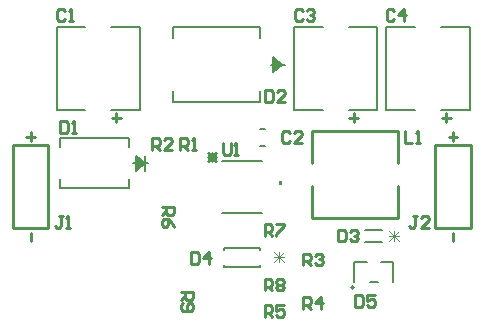
<source format=gto>
G04 Layer_Color=65535*
%FSLAX44Y44*%
%MOMM*%
G71*
G01*
G75*
%ADD22C,0.2500*%
%ADD25C,0.1524*%
%ADD26C,0.2540*%
%ADD27C,0.0762*%
G36*
X233853Y120596D02*
X231313D01*
Y124406D01*
X233853D01*
Y120596D01*
D02*
G37*
D22*
X259500Y166250D02*
X332500D01*
X259500Y139250D02*
Y166250D01*
X332500Y139250D02*
Y166250D01*
Y93250D02*
Y120250D01*
X259500Y93250D02*
X332500D01*
X259500D02*
Y120250D01*
X290930Y177625D02*
X298550D01*
X294740Y173815D02*
Y181435D01*
X369180Y177625D02*
X376800D01*
X372990Y173815D02*
Y181435D01*
X89930Y177625D02*
X97550D01*
X93740Y173815D02*
Y181435D01*
X21250Y73000D02*
Y80500D01*
X17500Y161750D02*
X25000D01*
X21250Y158000D02*
Y165500D01*
X6250Y84250D02*
X36250D01*
X6250Y154250D02*
X36250D01*
X6250Y84250D02*
Y154250D01*
X36250Y84250D02*
Y154250D01*
X393750Y84250D02*
Y154250D01*
X363750Y84250D02*
Y154250D01*
X393750D01*
X363750Y84250D02*
X393750D01*
X378750Y158000D02*
Y165500D01*
X375000Y161750D02*
X382500D01*
X378750Y73000D02*
Y80500D01*
D25*
X294770Y33902D02*
G03*
X294770Y33902I-1270J0D01*
G01*
X183236Y97279D02*
X216764D01*
X183236Y141221D02*
X216764D01*
X295240Y38897D02*
Y55407D01*
X317917D02*
X328260D01*
Y38897D02*
Y55407D01*
X308392Y38897D02*
X315108D01*
X295240Y55407D02*
X305583D01*
X215623Y153507D02*
X219377D01*
X215623Y168493D02*
X219377D01*
X141670Y191000D02*
Y200373D01*
X224499Y222750D02*
X236920D01*
X226760Y216400D02*
X234380Y222750D01*
X226760Y217670D02*
X234380Y222750D01*
X226760Y218940D02*
X234380Y222750D01*
X226760Y220210D02*
X234380Y222750D01*
X226760Y221480D02*
X234380Y222750D01*
X226760Y229100D02*
X234380Y222750D01*
X226760Y227830D02*
X234380Y222750D01*
X226760Y226560D02*
X234380Y222750D01*
X226760Y225290D02*
X234380Y222750D01*
X226760Y224020D02*
X234380Y222750D01*
X226760Y216400D02*
Y229100D01*
X141670Y254500D02*
X215330D01*
X141670Y245127D02*
Y254500D01*
Y191000D02*
X215330D01*
Y200373D01*
Y245127D02*
Y254500D01*
X304511Y72416D02*
X318989D01*
X304511Y83084D02*
X318989D01*
X290637Y184229D02*
X314806D01*
X244194D02*
X268363D01*
X244194D02*
Y254841D01*
X290637D02*
X314806D01*
Y184229D02*
Y254841D01*
X244194D02*
X268363D01*
X368887Y184229D02*
X393056D01*
X322444D02*
X346613D01*
X322444D02*
Y254841D01*
X368887D02*
X393056D01*
Y184229D02*
Y254841D01*
X322444D02*
X346613D01*
X104460Y152999D02*
Y160205D01*
Y118295D02*
Y125501D01*
X46040Y118295D02*
X104460D01*
X46040Y152999D02*
Y160205D01*
X104460D01*
X110810Y132900D02*
Y145600D01*
Y140520D02*
X118430Y139250D01*
X110810Y141790D02*
X118430Y139250D01*
X110810Y143060D02*
X118430Y139250D01*
X110810Y144330D02*
X118430Y139250D01*
X110810Y145600D02*
X118430Y139250D01*
X110810Y137980D02*
X118430Y139250D01*
X110810Y136710D02*
X118430Y139250D01*
X110810Y135440D02*
X118430Y139250D01*
X110810Y134170D02*
X118430Y139250D01*
X110810Y132900D02*
X118430Y139250D01*
Y132900D02*
Y145600D01*
X108270Y139250D02*
X120970D01*
X46040Y118295D02*
Y125501D01*
X215520Y65877D02*
Y67520D01*
Y51480D02*
Y53123D01*
X184480Y51480D02*
X215520D01*
X184480Y65877D02*
Y67520D01*
X215520D01*
X184480Y51480D02*
Y53123D01*
X89637Y184229D02*
X113806D01*
X43194D02*
X67363D01*
X43194D02*
Y254841D01*
X89637D02*
X113806D01*
Y184229D02*
Y254841D01*
X43194D02*
X67363D01*
D26*
X183750Y155997D02*
Y147666D01*
X185416Y146000D01*
X188748D01*
X190415Y147666D01*
Y155997D01*
X193747Y146000D02*
X197079D01*
X195413D01*
Y155997D01*
X193747Y154331D01*
X295725Y27747D02*
Y17750D01*
X300723D01*
X302390Y19416D01*
Y26081D01*
X300723Y27747D01*
X295725D01*
X312386D02*
X305722D01*
Y22748D01*
X309054Y24415D01*
X310720D01*
X312386Y22748D01*
Y19416D01*
X310720Y17750D01*
X307388D01*
X305722Y19416D01*
X148250Y30500D02*
X158247D01*
Y25502D01*
X156581Y23835D01*
X153248D01*
X151582Y25502D01*
Y30500D01*
Y27168D02*
X148250Y23835D01*
X149916Y20503D02*
X148250Y18837D01*
Y15505D01*
X149916Y13839D01*
X156581D01*
X158247Y15505D01*
Y18837D01*
X156581Y20503D01*
X154914D01*
X153248Y18837D01*
Y13839D01*
X219250Y31500D02*
Y41497D01*
X224248D01*
X225914Y39831D01*
Y36498D01*
X224248Y34832D01*
X219250D01*
X222582D02*
X225914Y31500D01*
X229247Y39831D02*
X230913Y41497D01*
X234245D01*
X235911Y39831D01*
Y38165D01*
X234245Y36498D01*
X235911Y34832D01*
Y33166D01*
X234245Y31500D01*
X230913D01*
X229247Y33166D01*
Y34832D01*
X230913Y36498D01*
X229247Y38165D01*
Y39831D01*
X230913Y36498D02*
X234245D01*
X219250Y77500D02*
Y87497D01*
X224248D01*
X225914Y85831D01*
Y82498D01*
X224248Y80832D01*
X219250D01*
X222582D02*
X225914Y77500D01*
X229247Y87497D02*
X235911D01*
Y85831D01*
X229247Y79166D01*
Y77500D01*
X132500Y101750D02*
X142497D01*
Y96752D01*
X140831Y95085D01*
X137498D01*
X135832Y96752D01*
Y101750D01*
Y98418D02*
X132500Y95085D01*
X142497Y85089D02*
X140831Y88421D01*
X137498Y91753D01*
X134166D01*
X132500Y90087D01*
Y86755D01*
X134166Y85089D01*
X135832D01*
X137498Y86755D01*
Y91753D01*
X219250Y9250D02*
Y19247D01*
X224248D01*
X225914Y17581D01*
Y14248D01*
X224248Y12582D01*
X219250D01*
X222582D02*
X225914Y9250D01*
X235911Y19247D02*
X229247D01*
Y14248D01*
X232579Y15914D01*
X234245D01*
X235911Y14248D01*
Y10916D01*
X234245Y9250D01*
X230913D01*
X229247Y10916D01*
X252000Y15750D02*
Y25747D01*
X256998D01*
X258664Y24081D01*
Y20748D01*
X256998Y19082D01*
X252000D01*
X255332D02*
X258664Y15750D01*
X266995D02*
Y25747D01*
X261997Y20748D01*
X268661D01*
X251750Y52750D02*
Y62747D01*
X256748D01*
X258414Y61081D01*
Y57748D01*
X256748Y56082D01*
X251750D01*
X255082D02*
X258414Y52750D01*
X261747Y61081D02*
X263413Y62747D01*
X266745D01*
X268411Y61081D01*
Y59415D01*
X266745Y57748D01*
X265079D01*
X266745D01*
X268411Y56082D01*
Y54416D01*
X266745Y52750D01*
X263413D01*
X261747Y54416D01*
X124000Y150250D02*
Y160247D01*
X128998D01*
X130665Y158581D01*
Y155248D01*
X128998Y153582D01*
X124000D01*
X127332D02*
X130665Y150250D01*
X140661D02*
X133997D01*
X140661Y156915D01*
Y158581D01*
X138995Y160247D01*
X135663D01*
X133997Y158581D01*
X147750Y150250D02*
Y160247D01*
X152748D01*
X154414Y158581D01*
Y155248D01*
X152748Y153582D01*
X147750D01*
X151082D02*
X154414Y150250D01*
X157747D02*
X161079D01*
X159413D01*
Y160247D01*
X157747Y158581D01*
X337750Y166247D02*
Y156250D01*
X344414D01*
X347747D02*
X351079D01*
X349413D01*
Y166247D01*
X347747Y164581D01*
X348414Y94247D02*
X345082D01*
X346748D01*
Y85916D01*
X345082Y84250D01*
X343416D01*
X341750Y85916D01*
X358411Y84250D02*
X351747D01*
X358411Y90914D01*
Y92581D01*
X356745Y94247D01*
X353413D01*
X351747Y92581D01*
X48164Y94247D02*
X44832D01*
X46498D01*
Y85916D01*
X44832Y84250D01*
X43166D01*
X41500Y85916D01*
X51497Y84250D02*
X54829D01*
X53163D01*
Y94247D01*
X51497Y92581D01*
X157000Y63997D02*
Y54000D01*
X161998D01*
X163664Y55666D01*
Y62331D01*
X161998Y63997D01*
X157000D01*
X171995Y54000D02*
Y63997D01*
X166997Y58998D01*
X173661D01*
X281750Y82997D02*
Y73000D01*
X286748D01*
X288414Y74666D01*
Y81331D01*
X286748Y82997D01*
X281750D01*
X291747Y81331D02*
X293413Y82997D01*
X296745D01*
X298411Y81331D01*
Y79665D01*
X296745Y77998D01*
X295079D01*
X296745D01*
X298411Y76332D01*
Y74666D01*
X296745Y73000D01*
X293413D01*
X291747Y74666D01*
X220000Y201247D02*
Y191250D01*
X224998D01*
X226665Y192916D01*
Y199581D01*
X224998Y201247D01*
X220000D01*
X236661Y191250D02*
X229997D01*
X236661Y197915D01*
Y199581D01*
X234995Y201247D01*
X231663D01*
X229997Y199581D01*
X46250Y174997D02*
Y165000D01*
X51248D01*
X52914Y166666D01*
Y173331D01*
X51248Y174997D01*
X46250D01*
X56247Y165000D02*
X59579D01*
X57913D01*
Y174997D01*
X56247Y173331D01*
X329165Y267836D02*
X327498Y269502D01*
X324166D01*
X322500Y267836D01*
Y261171D01*
X324166Y259505D01*
X327498D01*
X329165Y261171D01*
X337495Y259505D02*
Y269502D01*
X332497Y264503D01*
X339161D01*
X251415Y267836D02*
X249748Y269502D01*
X246416D01*
X244750Y267836D01*
Y261171D01*
X246416Y259505D01*
X249748D01*
X251415Y261171D01*
X254747Y267836D02*
X256413Y269502D01*
X259745D01*
X261411Y267836D01*
Y266169D01*
X259745Y264503D01*
X258079D01*
X259745D01*
X261411Y262837D01*
Y261171D01*
X259745Y259505D01*
X256413D01*
X254747Y261171D01*
X240914Y164581D02*
X239248Y166247D01*
X235916D01*
X234250Y164581D01*
Y157916D01*
X235916Y156250D01*
X239248D01*
X240914Y157916D01*
X250911Y156250D02*
X244247D01*
X250911Y162915D01*
Y164581D01*
X249245Y166247D01*
X245913D01*
X244247Y164581D01*
X50164Y267831D02*
X48498Y269497D01*
X45166D01*
X43500Y267831D01*
Y261166D01*
X45166Y259500D01*
X48498D01*
X50164Y261166D01*
X53497Y259500D02*
X56829D01*
X55163D01*
Y269497D01*
X53497Y267831D01*
X171750Y148081D02*
X178414Y141416D01*
X171750D02*
X178414Y148081D01*
X171750Y144748D02*
X178414D01*
X175082Y141416D02*
Y148081D01*
D27*
X333340Y73520D02*
X324876Y81984D01*
X333340D02*
X324876Y73520D01*
X333340Y77752D02*
X324876D01*
X329108Y81984D02*
Y73520D01*
X235560Y55270D02*
X227096Y63734D01*
X235560D02*
X227096Y55270D01*
X235560Y59502D02*
X227096D01*
X231328Y63734D02*
Y55270D01*
M02*

</source>
